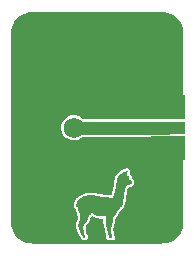
<source format=gbr>
%TF.GenerationSoftware,KiCad,Pcbnew,6.0.1-79c1e3a40b~116~ubuntu20.04.1*%
%TF.CreationDate,2022-01-22T19:05:20+01:00*%
%TF.ProjectId,sma-connector,736d612d-636f-46e6-9e65-63746f722e6b,rev?*%
%TF.SameCoordinates,Original*%
%TF.FileFunction,Copper,L1,Top*%
%TF.FilePolarity,Positive*%
%FSLAX46Y46*%
G04 Gerber Fmt 4.6, Leading zero omitted, Abs format (unit mm)*
G04 Created by KiCad (PCBNEW 6.0.1-79c1e3a40b~116~ubuntu20.04.1) date 2022-01-22 19:05:20*
%MOMM*%
%LPD*%
G01*
G04 APERTURE LIST*
G04 Aperture macros list*
%AMFreePoly0*
4,1,25,-1.500000,1.420000,-1.360000,1.280000,-1.205000,1.155000,-1.035000,1.045000,-0.860000,0.950000,-0.675000,0.875000,-0.480000,0.820000,-0.280000,0.780000,-0.085000,0.765000,0.085000,0.765000,0.280000,0.780000,0.480000,0.820000,0.675000,0.875000,0.860000,0.950000,1.035000,1.045000,1.205000,1.155000,1.360000,1.280000,1.500000,1.420000,1.645000,1.595000,3.555000,1.595000,
3.555000,-0.755000,-3.555000,-0.755000,-3.555000,1.595000,-1.645000,1.595000,-1.500000,1.420000,-1.500000,1.420000,$1*%
G04 Aperture macros list end*
%TA.AperFunction,SMDPad,CuDef*%
%ADD10FreePoly0,180.000000*%
%TD*%
%TA.AperFunction,SMDPad,CuDef*%
%ADD11FreePoly0,0.000000*%
%TD*%
%TA.AperFunction,SMDPad,CuDef*%
%ADD12C,1.730000*%
%TD*%
%TA.AperFunction,SMDPad,CuDef*%
%ADD13R,3.000000X1.078010*%
%TD*%
%TA.AperFunction,SMDPad,CuDef*%
%ADD14R,3.000000X2.000000*%
%TD*%
%TA.AperFunction,ComponentPad*%
%ADD15C,3.400000*%
%TD*%
%TA.AperFunction,ViaPad*%
%ADD16C,0.800000*%
%TD*%
%TA.AperFunction,Conductor*%
%ADD17C,1.078010*%
%TD*%
G04 APERTURE END LIST*
%TO.C,G\u002A\u002A\u002A*%
G36*
X136548983Y-67137435D02*
G01*
X136566473Y-67146707D01*
X136573503Y-67166088D01*
X136570320Y-67198790D01*
X136557169Y-67248027D01*
X136534626Y-67316053D01*
X136514960Y-67372108D01*
X136497923Y-67419130D01*
X136485257Y-67452422D01*
X136478702Y-67467282D01*
X136478505Y-67467523D01*
X136485289Y-67476203D01*
X136508581Y-67493470D01*
X136543354Y-67515601D01*
X136543685Y-67515799D01*
X136619165Y-67568229D01*
X136676569Y-67623171D01*
X136714749Y-67678522D01*
X136732557Y-67732182D01*
X136728846Y-67782047D01*
X136708983Y-67818579D01*
X136685545Y-67847524D01*
X136753433Y-67888419D01*
X136801659Y-67919701D01*
X136851482Y-67955428D01*
X136877115Y-67975570D01*
X136908385Y-68002788D01*
X136924089Y-68022811D01*
X136928248Y-68043662D01*
X136925187Y-68071435D01*
X136919157Y-68119141D01*
X136915014Y-68167505D01*
X136914860Y-68170268D01*
X136908443Y-68207889D01*
X136891939Y-68229077D01*
X136885142Y-68233029D01*
X136857212Y-68252835D01*
X136833532Y-68276823D01*
X136821457Y-68289767D01*
X136806748Y-68298692D01*
X136784526Y-68304627D01*
X136749913Y-68308603D01*
X136698027Y-68311651D01*
X136660954Y-68313281D01*
X136589353Y-68317603D01*
X136535454Y-68323662D01*
X136502094Y-68331085D01*
X136494013Y-68335184D01*
X136479580Y-68357384D01*
X136468714Y-68391433D01*
X136467661Y-68397195D01*
X136458828Y-68428500D01*
X136441324Y-68474186D01*
X136418152Y-68526750D01*
X136404454Y-68555127D01*
X136383847Y-68597750D01*
X136367793Y-68635518D01*
X136354826Y-68673761D01*
X136343479Y-68717806D01*
X136332287Y-68772983D01*
X136319782Y-68844620D01*
X136312299Y-68889990D01*
X136298626Y-68980404D01*
X136285306Y-69080321D01*
X136273533Y-69179974D01*
X136264499Y-69269594D01*
X136261540Y-69305468D01*
X136244458Y-69484936D01*
X136221201Y-69644064D01*
X136191090Y-69786699D01*
X136153933Y-69915225D01*
X136119233Y-70008557D01*
X136079816Y-70089949D01*
X136031473Y-70166239D01*
X135969997Y-70244263D01*
X135911002Y-70309890D01*
X135793005Y-70450410D01*
X135692761Y-70602053D01*
X135617818Y-70745544D01*
X135584000Y-70813616D01*
X135553544Y-70864591D01*
X135522177Y-70904969D01*
X135494341Y-70933276D01*
X135461129Y-70962697D01*
X135434053Y-70983815D01*
X135418831Y-70992180D01*
X135418623Y-70992187D01*
X135404288Y-71000024D01*
X135390448Y-71024687D01*
X135376613Y-71067901D01*
X135362291Y-71131393D01*
X135346992Y-71216890D01*
X135337379Y-71277894D01*
X135319656Y-71389529D01*
X135302573Y-71484193D01*
X135284372Y-71569602D01*
X135263293Y-71653474D01*
X135237580Y-71743526D01*
X135213093Y-71823278D01*
X135188507Y-71906831D01*
X135172034Y-71978473D01*
X135163316Y-72044883D01*
X135161994Y-72112742D01*
X135167710Y-72188728D01*
X135180105Y-72279521D01*
X135186483Y-72319238D01*
X135198350Y-72393059D01*
X135209432Y-72465411D01*
X135218727Y-72529510D01*
X135225234Y-72578572D01*
X135226791Y-72592090D01*
X135235591Y-72646104D01*
X135251763Y-72690710D01*
X135280132Y-72738801D01*
X135283636Y-72744018D01*
X135331881Y-72815332D01*
X134969318Y-72815332D01*
X134977699Y-72775024D01*
X134988079Y-72739306D01*
X135000592Y-72711884D01*
X135006425Y-72695629D01*
X135003571Y-72673531D01*
X134990624Y-72639765D01*
X134975343Y-72607174D01*
X134951334Y-72552338D01*
X134930892Y-72492520D01*
X134912691Y-72422682D01*
X134895405Y-72337789D01*
X134879083Y-72241499D01*
X134866988Y-72178939D01*
X134849142Y-72103484D01*
X134828158Y-72025587D01*
X134810901Y-71968647D01*
X134787294Y-71893226D01*
X134769065Y-71828083D01*
X134755108Y-71767061D01*
X134744317Y-71704005D01*
X134735586Y-71632758D01*
X134727809Y-71547164D01*
X134722374Y-71475879D01*
X134716044Y-71352073D01*
X134715081Y-71233563D01*
X134719371Y-71126298D01*
X134728798Y-71036226D01*
X134731216Y-71021223D01*
X134737981Y-70982046D01*
X134515676Y-70988913D01*
X134370694Y-70990737D01*
X134244557Y-70986229D01*
X134132001Y-70974887D01*
X134027762Y-70956211D01*
X133942311Y-70934353D01*
X133814531Y-70887707D01*
X133707319Y-70827643D01*
X133620148Y-70753786D01*
X133552489Y-70665762D01*
X133545166Y-70653375D01*
X133510927Y-70593616D01*
X133502204Y-70628369D01*
X133478365Y-70697004D01*
X133441469Y-70772732D01*
X133396836Y-70845988D01*
X133349790Y-70907210D01*
X133342803Y-70914817D01*
X133301993Y-70959259D01*
X133274619Y-70994404D01*
X133256421Y-71028335D01*
X133243139Y-71069138D01*
X133230513Y-71124897D01*
X133229482Y-71129871D01*
X133206493Y-71217050D01*
X133173878Y-71296687D01*
X133128669Y-71373894D01*
X133067897Y-71453780D01*
X132993229Y-71536617D01*
X132940532Y-71592762D01*
X132902655Y-71635946D01*
X132876498Y-71670355D01*
X132858962Y-71700180D01*
X132846946Y-71729607D01*
X132844311Y-71737815D01*
X132827668Y-71812698D01*
X132817915Y-71900830D01*
X132815708Y-71991447D01*
X132821707Y-72073788D01*
X132823167Y-72083593D01*
X132845949Y-72222991D01*
X132866117Y-72339479D01*
X132884067Y-72434771D01*
X132900193Y-72510580D01*
X132914893Y-72568617D01*
X132928560Y-72610596D01*
X132941591Y-72638229D01*
X132954381Y-72653229D01*
X132954792Y-72653520D01*
X132991397Y-72683848D01*
X133024435Y-72719415D01*
X133047134Y-72752465D01*
X133052433Y-72765393D01*
X133054058Y-72776810D01*
X133048887Y-72784118D01*
X133032661Y-72788229D01*
X133001120Y-72790059D01*
X132950004Y-72790519D01*
X132935209Y-72790527D01*
X132811411Y-72790527D01*
X132814264Y-72756421D01*
X132811768Y-72734561D01*
X132798532Y-72709668D01*
X132771441Y-72676955D01*
X132743613Y-72647900D01*
X132692227Y-72588998D01*
X132645461Y-72519928D01*
X132601544Y-72437267D01*
X132558705Y-72337595D01*
X132515172Y-72217490D01*
X132504923Y-72186759D01*
X132463141Y-72052764D01*
X132432802Y-71936645D01*
X132413967Y-71834241D01*
X132406694Y-71741389D01*
X132411044Y-71653926D01*
X132427077Y-71567692D01*
X132454853Y-71478524D01*
X132494430Y-71382260D01*
X132517187Y-71333252D01*
X132535573Y-71293298D01*
X132547500Y-71260886D01*
X132554325Y-71228602D01*
X132557404Y-71189034D01*
X132558092Y-71134770D01*
X132558014Y-71110009D01*
X132548526Y-70976620D01*
X132521426Y-70827354D01*
X132476994Y-70663515D01*
X132435241Y-70539502D01*
X132413485Y-70474467D01*
X132393059Y-70404948D01*
X132377146Y-70342116D01*
X132372181Y-70318331D01*
X132356944Y-70250082D01*
X132340420Y-70198304D01*
X132323680Y-70164656D01*
X132307797Y-70150796D01*
X132293841Y-70158384D01*
X132284408Y-70182482D01*
X132278682Y-70202440D01*
X132273410Y-70204268D01*
X132265112Y-70185910D01*
X132258185Y-70166979D01*
X132245107Y-70109030D01*
X132240320Y-70037013D01*
X132243593Y-69960157D01*
X132254693Y-69887689D01*
X132266241Y-69846612D01*
X132322965Y-69723134D01*
X132400947Y-69610445D01*
X132498711Y-69509411D01*
X132614783Y-69420898D01*
X132747688Y-69345772D01*
X132895949Y-69284897D01*
X133058094Y-69239141D01*
X133232645Y-69209368D01*
X133371386Y-69198023D01*
X133476743Y-69195578D01*
X133577648Y-69198650D01*
X133679998Y-69207893D01*
X133789687Y-69223960D01*
X133912612Y-69247505D01*
X134009974Y-69268851D01*
X134125308Y-69294699D01*
X134221050Y-69314928D01*
X134301618Y-69330146D01*
X134371429Y-69340960D01*
X134434904Y-69347978D01*
X134496458Y-69351810D01*
X134560511Y-69353062D01*
X134618374Y-69352584D01*
X134685716Y-69351793D01*
X134738854Y-69352601D01*
X134784830Y-69355874D01*
X134830687Y-69362478D01*
X134883469Y-69373280D01*
X134950217Y-69389146D01*
X134984403Y-69397600D01*
X135070839Y-69418162D01*
X135137639Y-69431327D01*
X135188847Y-69437079D01*
X135228509Y-69435406D01*
X135260669Y-69426290D01*
X135289372Y-69409719D01*
X135306331Y-69396432D01*
X135331601Y-69371905D01*
X135353018Y-69342447D01*
X135372123Y-69304296D01*
X135390455Y-69253687D01*
X135409556Y-69186855D01*
X135430967Y-69100037D01*
X135435367Y-69081213D01*
X135456442Y-68995160D01*
X135481837Y-68898595D01*
X135508531Y-68802654D01*
X135533499Y-68718473D01*
X135536311Y-68709450D01*
X135554945Y-68648715D01*
X135569737Y-68596126D01*
X135581647Y-68546496D01*
X135591634Y-68494644D01*
X135600657Y-68435383D01*
X135609676Y-68363531D01*
X135619649Y-68273902D01*
X135623385Y-68238867D01*
X135636703Y-68116285D01*
X135648553Y-68015365D01*
X135659505Y-67933049D01*
X135670125Y-67866278D01*
X135680981Y-67811993D01*
X135692643Y-67767135D01*
X135705677Y-67728646D01*
X135720651Y-67693467D01*
X135727185Y-67679893D01*
X135752076Y-67632849D01*
X135777417Y-67594250D01*
X135807496Y-67559715D01*
X135846599Y-67524862D01*
X135899012Y-67485310D01*
X135957275Y-67444692D01*
X136016903Y-67401539D01*
X136078903Y-67352737D01*
X136134573Y-67305315D01*
X136164539Y-67277278D01*
X136202207Y-67242003D01*
X136234668Y-67215432D01*
X136257254Y-67201203D01*
X136263758Y-67199950D01*
X136280048Y-67217495D01*
X136281983Y-67253480D01*
X136269588Y-67306135D01*
X136262002Y-67327816D01*
X136248222Y-67365970D01*
X136238903Y-67394305D01*
X136236328Y-67404851D01*
X136243925Y-67402553D01*
X136264266Y-67385423D01*
X136293674Y-67357220D01*
X136328473Y-67321704D01*
X136364988Y-67282633D01*
X136399541Y-67243769D01*
X136428456Y-67208870D01*
X136430408Y-67206372D01*
X136463047Y-67167073D01*
X136487876Y-67144927D01*
X136509995Y-67135908D01*
X136520788Y-67135058D01*
X136548983Y-67137435D01*
G37*
%TD*%
D10*
%TO.P,J1,2,Ext*%
%TO.N,GND*%
X132000000Y-60700000D03*
D11*
X132000000Y-66300000D03*
D12*
%TO.P,J1,1,In*%
%TO.N,Net-(J1-Pad1)*%
X132000000Y-63500000D03*
%TD*%
D13*
%TO.P,J2,1,Pin_1*%
%TO.N,Net-(J1-Pad1)*%
X140000000Y-63500000D03*
D14*
%TO.P,J2,2,Pin_2*%
%TO.N,GND*%
X140000000Y-61760995D03*
X140000000Y-65239005D03*
%TD*%
D15*
%TO.P,H4,1,1*%
%TO.N,GND*%
X139000000Y-71000000D03*
%TD*%
%TO.P,H3,1,1*%
%TO.N,GND*%
X129000000Y-56000000D03*
%TD*%
%TO.P,H2,1,1*%
%TO.N,GND*%
X139000000Y-56000000D03*
%TD*%
%TO.P,H1,1,1*%
%TO.N,GND*%
X129000000Y-71000000D03*
%TD*%
D16*
%TO.N,GND*%
X141000000Y-65000000D03*
X140000000Y-65000000D03*
X140500000Y-65500000D03*
X141000000Y-66000000D03*
X141000000Y-61000000D03*
X140500000Y-61500000D03*
X141000000Y-62000000D03*
X140000000Y-62000000D03*
X134000000Y-60000000D03*
X134000000Y-67000000D03*
X130000000Y-67000000D03*
X128500000Y-65500000D03*
X128500000Y-61500000D03*
X130000000Y-60000000D03*
X132500000Y-67500000D03*
X131500000Y-67500000D03*
X128000000Y-64000000D03*
X128000000Y-63000000D03*
X131500000Y-59500000D03*
X132500000Y-59500000D03*
X133000000Y-67000000D03*
X131000000Y-67000000D03*
X132000000Y-67000000D03*
X128500000Y-64500000D03*
X128500000Y-63500000D03*
X128500000Y-62500000D03*
X133000000Y-60000000D03*
X131000000Y-60000000D03*
X132000000Y-60000000D03*
X130000000Y-62000000D03*
X130500000Y-61500000D03*
X133500000Y-61500000D03*
X134000000Y-62000000D03*
X135000000Y-62000000D03*
X134500000Y-61500000D03*
X135500000Y-61500000D03*
X139000000Y-65000000D03*
X139500000Y-65500000D03*
X139000000Y-62000000D03*
X139500000Y-61500000D03*
X140000000Y-61000000D03*
X139000000Y-61000000D03*
X138500000Y-61500000D03*
X138500000Y-60500000D03*
X139500000Y-60500000D03*
X140500000Y-60500000D03*
X138500000Y-65500000D03*
X139000000Y-66000000D03*
X140000000Y-66000000D03*
X140500000Y-66500000D03*
X139500000Y-66500000D03*
X138500000Y-66500000D03*
X137500000Y-66500000D03*
X136500000Y-66500000D03*
X135500000Y-66500000D03*
X134500000Y-66500000D03*
X133500000Y-66500000D03*
X132500000Y-66500000D03*
X131500000Y-66500000D03*
X130500000Y-66500000D03*
X129500000Y-66500000D03*
X137500000Y-60500000D03*
X136500000Y-60500000D03*
X135500000Y-60500000D03*
X135000000Y-61000000D03*
X134500000Y-60500000D03*
X134000000Y-61000000D03*
X133500000Y-60500000D03*
X133000000Y-61000000D03*
X132500000Y-60500000D03*
X132000000Y-61000000D03*
X131500000Y-60500000D03*
X131000000Y-61000000D03*
X130500000Y-60500000D03*
X130000000Y-61000000D03*
X129500000Y-60500000D03*
X129000000Y-61000000D03*
X129500000Y-61500000D03*
X129000000Y-62000000D03*
X129500000Y-62500000D03*
X129000000Y-63000000D03*
X129500000Y-63500000D03*
X129000000Y-64000000D03*
X129500000Y-64500000D03*
X130000000Y-65000000D03*
X129000000Y-65000000D03*
X129000000Y-66000000D03*
X129500000Y-65500000D03*
X130500000Y-65500000D03*
X130000000Y-66000000D03*
X135000000Y-66000000D03*
X131000000Y-66000000D03*
X132000000Y-66000000D03*
X133000000Y-66000000D03*
X134000000Y-66000000D03*
X133500000Y-65500000D03*
X134000000Y-65000000D03*
X134500000Y-65500000D03*
X135000000Y-65000000D03*
X135500000Y-65500000D03*
X138000000Y-61000000D03*
X137000000Y-61000000D03*
X136000000Y-61000000D03*
X136000000Y-66000000D03*
X137000000Y-66000000D03*
X138000000Y-66000000D03*
X137500000Y-65500000D03*
X136500000Y-65500000D03*
X136000000Y-65000000D03*
X137000000Y-65000000D03*
X138000000Y-65000000D03*
X137500000Y-61500000D03*
X136500000Y-61500000D03*
X136000000Y-62000000D03*
X137000000Y-62000000D03*
X138000000Y-62000000D03*
%TD*%
D17*
%TO.N,Net-(J1-Pad1)*%
X140000000Y-63500000D02*
X132000000Y-63500000D01*
%TD*%
%TA.AperFunction,Conductor*%
%TO.N,GND*%
G36*
X139488227Y-53702518D02*
G01*
X139499642Y-53705143D01*
X139510517Y-53702682D01*
X139521664Y-53702702D01*
X139521664Y-53702863D01*
X139531669Y-53702076D01*
X139603759Y-53706801D01*
X139728475Y-53714975D01*
X139741302Y-53716663D01*
X139959516Y-53760068D01*
X139972016Y-53763418D01*
X140182691Y-53834933D01*
X140194653Y-53839889D01*
X140276954Y-53880475D01*
X140394180Y-53938284D01*
X140405386Y-53944753D01*
X140590385Y-54068365D01*
X140600639Y-54076233D01*
X140767914Y-54222930D01*
X140777069Y-54232085D01*
X140923767Y-54399361D01*
X140931635Y-54409615D01*
X141055247Y-54594614D01*
X141061716Y-54605820D01*
X141160111Y-54805346D01*
X141165067Y-54817309D01*
X141236581Y-55027980D01*
X141239933Y-55040489D01*
X141283336Y-55258691D01*
X141285026Y-55271530D01*
X141297891Y-55467816D01*
X141297101Y-55477628D01*
X141297375Y-55477628D01*
X141297355Y-55488778D01*
X141294857Y-55499642D01*
X141297317Y-55510514D01*
X141297317Y-55510516D01*
X141297559Y-55511583D01*
X141300000Y-55533432D01*
X141300000Y-62661495D01*
X141281093Y-62719686D01*
X141231593Y-62755650D01*
X141201000Y-62760495D01*
X132813377Y-62760495D01*
X132755186Y-62741588D01*
X132750272Y-62737776D01*
X132602430Y-62615470D01*
X132602428Y-62615469D01*
X132598703Y-62612387D01*
X132414896Y-62513003D01*
X132350405Y-62493040D01*
X132219906Y-62452643D01*
X132219902Y-62452642D01*
X132215285Y-62451213D01*
X132210477Y-62450708D01*
X132210474Y-62450707D01*
X132012291Y-62429877D01*
X132012289Y-62429877D01*
X132007475Y-62429371D01*
X131938196Y-62435676D01*
X131804199Y-62447870D01*
X131804195Y-62447871D01*
X131799379Y-62448309D01*
X131794737Y-62449675D01*
X131794733Y-62449676D01*
X131603573Y-62505938D01*
X131603570Y-62505939D01*
X131598926Y-62507306D01*
X131413749Y-62604114D01*
X131409980Y-62607144D01*
X131409979Y-62607145D01*
X131254675Y-62732012D01*
X131254673Y-62732014D01*
X131250902Y-62735046D01*
X131247788Y-62738757D01*
X131247787Y-62738758D01*
X131229548Y-62760495D01*
X131116588Y-62895115D01*
X131015923Y-63078224D01*
X130952741Y-63277398D01*
X130929449Y-63485051D01*
X130946934Y-63693274D01*
X131004530Y-63894134D01*
X131100043Y-64079983D01*
X131229835Y-64243739D01*
X131233515Y-64246871D01*
X131233517Y-64246873D01*
X131305238Y-64307912D01*
X131388963Y-64379168D01*
X131393185Y-64381528D01*
X131393190Y-64381531D01*
X131437272Y-64406167D01*
X131571364Y-64481108D01*
X131575962Y-64482602D01*
X131765488Y-64544183D01*
X131765490Y-64544184D01*
X131770093Y-64545679D01*
X131977578Y-64570420D01*
X131982400Y-64570049D01*
X131982403Y-64570049D01*
X132181089Y-64554761D01*
X132181094Y-64554760D01*
X132185917Y-64554389D01*
X132387175Y-64498197D01*
X132391488Y-64496018D01*
X132391494Y-64496016D01*
X132569365Y-64406167D01*
X132569367Y-64406165D01*
X132573686Y-64403984D01*
X132657495Y-64338505D01*
X132734534Y-64278316D01*
X132734537Y-64278313D01*
X132738345Y-64275338D01*
X132741506Y-64271676D01*
X132745014Y-64268335D01*
X132746365Y-64269753D01*
X132791998Y-64242120D01*
X132814601Y-64239505D01*
X141201000Y-64239505D01*
X141259191Y-64258412D01*
X141295155Y-64307912D01*
X141300000Y-64338505D01*
X141300000Y-71466040D01*
X141297482Y-71488227D01*
X141294857Y-71499642D01*
X141297318Y-71510517D01*
X141297298Y-71521664D01*
X141297137Y-71521664D01*
X141297924Y-71531669D01*
X141294439Y-71584849D01*
X141285112Y-71727164D01*
X141285026Y-71728469D01*
X141283337Y-71741302D01*
X141239933Y-71959511D01*
X141236582Y-71972016D01*
X141169151Y-72170661D01*
X141165067Y-72182691D01*
X141160111Y-72194654D01*
X141061716Y-72394180D01*
X141055247Y-72405386D01*
X140931635Y-72590385D01*
X140923767Y-72600639D01*
X140777949Y-72766912D01*
X140777070Y-72767914D01*
X140767915Y-72777069D01*
X140600639Y-72923767D01*
X140590385Y-72931635D01*
X140405386Y-73055247D01*
X140394180Y-73061716D01*
X140215697Y-73149734D01*
X140194654Y-73160111D01*
X140182692Y-73165067D01*
X139972016Y-73236582D01*
X139959516Y-73239932D01*
X139741302Y-73283337D01*
X139728477Y-73285025D01*
X139532181Y-73297891D01*
X139522372Y-73297101D01*
X139522372Y-73297375D01*
X139511222Y-73297355D01*
X139500358Y-73294857D01*
X139489486Y-73297317D01*
X139489484Y-73297317D01*
X139488417Y-73297559D01*
X139466568Y-73300000D01*
X128533960Y-73300000D01*
X128511773Y-73297482D01*
X128500358Y-73294857D01*
X128489483Y-73297318D01*
X128478336Y-73297298D01*
X128478336Y-73297137D01*
X128468331Y-73297924D01*
X128396241Y-73293199D01*
X128271525Y-73285025D01*
X128258698Y-73283337D01*
X128040484Y-73239932D01*
X128027984Y-73236582D01*
X127817308Y-73165067D01*
X127805346Y-73160111D01*
X127784304Y-73149734D01*
X127605820Y-73061716D01*
X127594614Y-73055247D01*
X127409615Y-72931635D01*
X127399361Y-72923767D01*
X127232085Y-72777069D01*
X127222930Y-72767914D01*
X127222051Y-72766912D01*
X127076233Y-72600639D01*
X127068365Y-72590385D01*
X126944753Y-72405386D01*
X126938284Y-72394180D01*
X126839889Y-72194654D01*
X126834933Y-72182691D01*
X126830849Y-72170661D01*
X126763418Y-71972016D01*
X126760067Y-71959511D01*
X126716663Y-71741302D01*
X126714974Y-71728470D01*
X126714889Y-71727164D01*
X126702109Y-71532181D01*
X126702899Y-71522372D01*
X126702625Y-71522372D01*
X126702645Y-71511222D01*
X126705143Y-71500358D01*
X126702683Y-71489486D01*
X126702683Y-71489484D01*
X126702441Y-71488417D01*
X126700000Y-71466568D01*
X126700000Y-70027605D01*
X132039253Y-70027605D01*
X132039624Y-70033191D01*
X132039624Y-70033196D01*
X132039679Y-70034025D01*
X132039808Y-70044783D01*
X132039542Y-70051029D01*
X132040548Y-70056503D01*
X132040568Y-70056794D01*
X132041908Y-70067541D01*
X132043213Y-70087165D01*
X132044844Y-70111704D01*
X132045061Y-70118669D01*
X132045011Y-70130893D01*
X132046246Y-70136365D01*
X132046387Y-70137652D01*
X132046675Y-70139246D01*
X132047043Y-70144791D01*
X132048636Y-70150117D01*
X132050567Y-70156573D01*
X132052289Y-70163140D01*
X132059879Y-70196770D01*
X132061535Y-70206227D01*
X132062555Y-70214365D01*
X132064481Y-70219628D01*
X132065155Y-70222410D01*
X132065810Y-70224635D01*
X132066832Y-70227579D01*
X132068055Y-70233000D01*
X132070452Y-70238011D01*
X132071529Y-70241113D01*
X132072895Y-70244545D01*
X132073506Y-70247581D01*
X132075811Y-70252681D01*
X132075812Y-70252683D01*
X132078321Y-70258233D01*
X132081080Y-70264992D01*
X132085038Y-70275809D01*
X132086880Y-70278651D01*
X132090412Y-70287055D01*
X132099294Y-70312744D01*
X132107148Y-70320660D01*
X132107149Y-70320662D01*
X132117437Y-70331032D01*
X132126039Y-70340936D01*
X132141610Y-70361470D01*
X132151529Y-70366552D01*
X132154870Y-70369353D01*
X132156975Y-70371288D01*
X132158436Y-70372358D01*
X132159699Y-70373630D01*
X132159941Y-70374016D01*
X132161544Y-70375490D01*
X132163559Y-70377521D01*
X132162685Y-70378388D01*
X132191743Y-70424686D01*
X132194277Y-70434688D01*
X132194553Y-70435979D01*
X132194765Y-70439527D01*
X132196345Y-70444904D01*
X132199583Y-70455923D01*
X132200559Y-70459489D01*
X132204716Y-70475906D01*
X132206331Y-70479069D01*
X132206750Y-70480320D01*
X132215962Y-70511674D01*
X132216271Y-70512895D01*
X132216608Y-70516367D01*
X132218385Y-70521679D01*
X132222060Y-70532664D01*
X132223159Y-70536166D01*
X132227952Y-70552479D01*
X132229657Y-70555527D01*
X132230108Y-70556725D01*
X132238423Y-70581579D01*
X132238426Y-70581592D01*
X132238445Y-70581783D01*
X132245561Y-70602920D01*
X132245563Y-70603117D01*
X132245621Y-70603098D01*
X132252725Y-70624333D01*
X132252826Y-70624499D01*
X132252831Y-70624511D01*
X132281031Y-70708268D01*
X132284587Y-70718831D01*
X132286311Y-70724508D01*
X132325063Y-70867404D01*
X132326922Y-70875630D01*
X132348843Y-70996372D01*
X132350183Y-71007012D01*
X132357798Y-71114069D01*
X132358047Y-71120769D01*
X132358078Y-71130499D01*
X132358086Y-71133064D01*
X132358078Y-71134584D01*
X132357645Y-71168724D01*
X132357543Y-71176784D01*
X132357252Y-71183212D01*
X132356829Y-71188645D01*
X132348063Y-71222345D01*
X132335662Y-71249294D01*
X132335518Y-71249605D01*
X132321378Y-71280055D01*
X132320491Y-71281807D01*
X132318093Y-71285194D01*
X132315963Y-71290375D01*
X132315962Y-71290377D01*
X132311991Y-71300036D01*
X132310227Y-71304071D01*
X132303537Y-71318477D01*
X132302672Y-71322525D01*
X132301978Y-71324390D01*
X132277744Y-71383336D01*
X132275713Y-71387446D01*
X132273480Y-71392514D01*
X132270661Y-71397348D01*
X132267822Y-71406463D01*
X132264870Y-71414650D01*
X132261303Y-71423327D01*
X132260385Y-71428809D01*
X132258940Y-71433875D01*
X132257827Y-71438543D01*
X132240941Y-71492755D01*
X132237224Y-71502754D01*
X132234600Y-71508793D01*
X132233576Y-71514299D01*
X132233398Y-71514882D01*
X132231217Y-71523682D01*
X132231072Y-71524435D01*
X132229421Y-71529736D01*
X132228990Y-71535273D01*
X132228903Y-71536389D01*
X132227534Y-71546796D01*
X132216937Y-71603795D01*
X132214865Y-71612652D01*
X132213945Y-71615902D01*
X132213943Y-71615911D01*
X132212420Y-71621296D01*
X132212142Y-71626889D01*
X132211576Y-71630338D01*
X132211308Y-71634069D01*
X132210292Y-71639534D01*
X132210517Y-71645090D01*
X132210659Y-71648605D01*
X132210618Y-71657525D01*
X132209362Y-71682774D01*
X132207743Y-71715344D01*
X132207674Y-71716724D01*
X132206715Y-71726396D01*
X132206406Y-71728469D01*
X132205530Y-71734353D01*
X132205967Y-71739933D01*
X132205875Y-71742575D01*
X132205917Y-71745551D01*
X132206097Y-71748427D01*
X132205821Y-71753972D01*
X132206786Y-71759442D01*
X132206786Y-71759446D01*
X132207231Y-71761966D01*
X132208434Y-71771427D01*
X132213102Y-71831012D01*
X132213145Y-71831566D01*
X132213306Y-71841080D01*
X132213403Y-71842483D01*
X132213156Y-71848072D01*
X132214167Y-71853571D01*
X132214168Y-71853579D01*
X132214459Y-71855159D01*
X132215788Y-71865326D01*
X132215802Y-71865498D01*
X132216338Y-71872336D01*
X132217993Y-71877641D01*
X132218227Y-71878855D01*
X132220538Y-71888208D01*
X132231647Y-71948602D01*
X132232026Y-71950665D01*
X132232655Y-71954509D01*
X132233388Y-71959621D01*
X132233554Y-71965218D01*
X132234969Y-71970633D01*
X132234970Y-71970642D01*
X132236511Y-71976539D01*
X132238092Y-71983651D01*
X132239172Y-71989524D01*
X132239175Y-71989533D01*
X132240180Y-71994998D01*
X132242378Y-72000107D01*
X132243955Y-72005315D01*
X132244987Y-72008977D01*
X132264098Y-72082122D01*
X132264632Y-72084167D01*
X132265115Y-72086303D01*
X132265444Y-72090607D01*
X132267111Y-72095953D01*
X132270124Y-72105616D01*
X132271398Y-72110065D01*
X132273931Y-72119761D01*
X132273933Y-72119766D01*
X132275336Y-72125136D01*
X132277327Y-72128962D01*
X132278060Y-72131067D01*
X132307741Y-72226255D01*
X132307824Y-72226574D01*
X132308007Y-72228478D01*
X132314286Y-72247307D01*
X132314858Y-72249081D01*
X132319271Y-72263232D01*
X132318543Y-72263459D01*
X132318983Y-72264430D01*
X132319399Y-72264279D01*
X132319399Y-72264280D01*
X132325662Y-72281557D01*
X132325824Y-72282005D01*
X132326661Y-72284412D01*
X132332578Y-72302153D01*
X132333871Y-72304281D01*
X132334090Y-72304813D01*
X132363808Y-72386800D01*
X132365048Y-72390538D01*
X132365985Y-72395693D01*
X132368194Y-72400833D01*
X132368195Y-72400836D01*
X132371524Y-72408582D01*
X132373643Y-72413937D01*
X132378358Y-72426944D01*
X132381189Y-72431342D01*
X132382871Y-72434982D01*
X132383422Y-72436264D01*
X132409292Y-72496454D01*
X132410679Y-72500449D01*
X132410758Y-72500418D01*
X132412810Y-72505626D01*
X132414263Y-72511037D01*
X132416891Y-72515983D01*
X132419140Y-72520216D01*
X132422666Y-72527570D01*
X132426700Y-72536955D01*
X132429974Y-72541444D01*
X132432724Y-72546269D01*
X132432661Y-72546305D01*
X132434903Y-72549887D01*
X132458381Y-72594077D01*
X132460447Y-72597966D01*
X132464720Y-72607312D01*
X132465089Y-72608016D01*
X132467111Y-72613243D01*
X132470251Y-72617880D01*
X132470251Y-72617881D01*
X132470892Y-72618827D01*
X132476333Y-72627867D01*
X132479419Y-72633675D01*
X132483049Y-72637876D01*
X132483418Y-72638414D01*
X132489733Y-72646652D01*
X132517883Y-72688230D01*
X132523182Y-72697003D01*
X132526580Y-72703354D01*
X132530259Y-72707571D01*
X132531034Y-72708693D01*
X132535128Y-72714009D01*
X132536141Y-72715194D01*
X132539258Y-72719798D01*
X132544574Y-72724764D01*
X132551592Y-72732025D01*
X132554644Y-72735523D01*
X132579885Y-72764456D01*
X132581255Y-72766136D01*
X132583457Y-72769828D01*
X132587331Y-72773873D01*
X132590723Y-72778327D01*
X132589201Y-72779486D01*
X132609752Y-72817679D01*
X132611376Y-72824827D01*
X132611366Y-72835976D01*
X132616192Y-72846027D01*
X132616970Y-72849450D01*
X132618224Y-72852731D01*
X132619789Y-72863770D01*
X132633356Y-72884060D01*
X132640296Y-72896223D01*
X132650864Y-72918232D01*
X132659569Y-72925194D01*
X132661754Y-72927941D01*
X132664312Y-72930358D01*
X132670507Y-72939623D01*
X132680107Y-72945285D01*
X132680110Y-72945288D01*
X132691527Y-72952022D01*
X132703061Y-72959976D01*
X132713417Y-72968257D01*
X132713418Y-72968258D01*
X132722126Y-72975221D01*
X132732990Y-72977719D01*
X132736151Y-72979247D01*
X132739502Y-72980315D01*
X132749103Y-72985978D01*
X132760211Y-72986917D01*
X132773414Y-72988033D01*
X132777659Y-72988697D01*
X132777665Y-72988640D01*
X132783227Y-72989271D01*
X132788688Y-72990527D01*
X132798741Y-72990527D01*
X132807080Y-72990879D01*
X132840026Y-72993664D01*
X132847533Y-72990802D01*
X132851459Y-72990527D01*
X132912543Y-72990527D01*
X132912594Y-72990539D01*
X132912750Y-72990539D01*
X132924333Y-72990533D01*
X132928195Y-72990531D01*
X132928262Y-72990535D01*
X132929082Y-72990715D01*
X132931350Y-72990695D01*
X132931358Y-72990695D01*
X132949091Y-72990535D01*
X132949539Y-72990531D01*
X132950427Y-72990527D01*
X132957755Y-72990527D01*
X132957808Y-72990515D01*
X132957839Y-72990515D01*
X132972658Y-72990507D01*
X132973477Y-72990319D01*
X132973554Y-72990314D01*
X132983116Y-72990229D01*
X132985580Y-72990286D01*
X132990020Y-72991039D01*
X132995606Y-72990715D01*
X132995607Y-72990715D01*
X132998640Y-72990539D01*
X133005402Y-72990147D01*
X133010231Y-72989985D01*
X133025465Y-72989848D01*
X133029842Y-72988808D01*
X133032355Y-72988583D01*
X133038742Y-72988213D01*
X133042275Y-72988071D01*
X133045456Y-72988001D01*
X133045459Y-72988000D01*
X133053790Y-72987816D01*
X133060401Y-72988938D01*
X133099770Y-72977598D01*
X133102838Y-72976768D01*
X133119863Y-72972455D01*
X133122586Y-72971063D01*
X133123418Y-72970787D01*
X133148084Y-72963683D01*
X133156400Y-72956256D01*
X133161172Y-72953620D01*
X133166407Y-72950033D01*
X133170592Y-72946532D01*
X133180523Y-72941457D01*
X133190524Y-72928297D01*
X133194688Y-72923388D01*
X133203112Y-72917760D01*
X133216103Y-72895749D01*
X133222531Y-72886180D01*
X133224148Y-72884052D01*
X133235733Y-72868808D01*
X133237600Y-72859658D01*
X133239051Y-72856867D01*
X133249490Y-72839179D01*
X133250432Y-72828078D01*
X133251499Y-72824734D01*
X133252085Y-72821265D01*
X133256339Y-72810960D01*
X133254910Y-72785937D01*
X133254910Y-72785726D01*
X133257191Y-72777960D01*
X133255375Y-72766912D01*
X133253851Y-72757648D01*
X133252700Y-72747227D01*
X133251138Y-72719862D01*
X133246158Y-72710867D01*
X133246109Y-72710566D01*
X133245300Y-72708594D01*
X133245029Y-72707654D01*
X133244250Y-72706031D01*
X133238905Y-72692990D01*
X133238053Y-72690842D01*
X133226888Y-72661680D01*
X133222903Y-72651271D01*
X133215708Y-72644479D01*
X133211326Y-72638253D01*
X133210827Y-72637535D01*
X133197328Y-72617881D01*
X133196053Y-72616024D01*
X133191873Y-72609389D01*
X133189233Y-72604805D01*
X133189229Y-72604800D01*
X133186435Y-72599948D01*
X133182622Y-72595843D01*
X133181319Y-72594077D01*
X133179678Y-72592183D01*
X133176532Y-72587602D01*
X133172445Y-72583835D01*
X133172442Y-72583831D01*
X133168476Y-72580175D01*
X133163047Y-72574767D01*
X133147705Y-72558252D01*
X133141596Y-72551010D01*
X133136493Y-72544337D01*
X133132177Y-72540761D01*
X133128300Y-72536730D01*
X133129736Y-72535349D01*
X133101436Y-72490550D01*
X133095695Y-72467886D01*
X133095474Y-72467013D01*
X133094616Y-72463326D01*
X133093579Y-72458447D01*
X133080420Y-72396589D01*
X133079966Y-72394328D01*
X133079517Y-72391941D01*
X133075197Y-72369011D01*
X133063074Y-72304651D01*
X133062814Y-72303214D01*
X133043251Y-72190220D01*
X133043096Y-72189299D01*
X133027840Y-72095953D01*
X133021356Y-72056277D01*
X133020322Y-72047504D01*
X133018862Y-72027457D01*
X133016235Y-71991407D01*
X133016002Y-71981801D01*
X133017544Y-71918526D01*
X133018114Y-71910063D01*
X133024669Y-71850822D01*
X133026425Y-71840248D01*
X133033228Y-71809642D01*
X133051059Y-71771207D01*
X133055533Y-71765322D01*
X133059914Y-71759960D01*
X133087577Y-71728421D01*
X133089818Y-71725951D01*
X133124708Y-71688777D01*
X133124963Y-71688530D01*
X133126572Y-71687402D01*
X133139833Y-71672691D01*
X133141122Y-71671290D01*
X133154487Y-71657050D01*
X133155476Y-71655360D01*
X133155702Y-71655085D01*
X133202109Y-71603600D01*
X133205191Y-71600637D01*
X133205139Y-71600587D01*
X133209013Y-71596539D01*
X133213315Y-71592956D01*
X133216703Y-71588502D01*
X133216707Y-71588498D01*
X133219538Y-71584776D01*
X133224794Y-71578433D01*
X133227829Y-71575066D01*
X133231549Y-71570939D01*
X133234258Y-71566088D01*
X133237494Y-71561569D01*
X133237543Y-71561604D01*
X133239877Y-71558040D01*
X133278268Y-71507574D01*
X133285004Y-71499627D01*
X133285933Y-71498641D01*
X133289776Y-71494563D01*
X133292606Y-71489729D01*
X133293242Y-71488880D01*
X133297488Y-71482541D01*
X133298135Y-71481458D01*
X133301495Y-71477041D01*
X133304403Y-71470634D01*
X133309121Y-71461526D01*
X133334497Y-71418190D01*
X133340008Y-71408778D01*
X133344561Y-71401709D01*
X133347119Y-71398086D01*
X133347121Y-71398082D01*
X133350346Y-71393514D01*
X133352468Y-71388332D01*
X133353804Y-71385896D01*
X133355048Y-71383093D01*
X133357859Y-71378292D01*
X133360901Y-71368643D01*
X133363700Y-71360906D01*
X133370139Y-71345184D01*
X133386163Y-71306060D01*
X133390132Y-71297547D01*
X133394088Y-71290018D01*
X133395516Y-71284603D01*
X133396746Y-71281440D01*
X133397023Y-71280612D01*
X133398012Y-71277129D01*
X133400118Y-71271985D01*
X133401526Y-71263500D01*
X133403462Y-71254468D01*
X133403881Y-71252880D01*
X133417796Y-71200112D01*
X133418676Y-71197137D01*
X133420707Y-71192714D01*
X133423696Y-71178295D01*
X133424907Y-71173150D01*
X133427202Y-71164447D01*
X133427203Y-71164441D01*
X133428620Y-71159067D01*
X133428742Y-71155432D01*
X133429116Y-71153426D01*
X133434391Y-71130132D01*
X133458027Y-71085036D01*
X133483054Y-71057782D01*
X133486321Y-71054684D01*
X133486318Y-71054681D01*
X133490208Y-71050655D01*
X133494529Y-71047092D01*
X133497940Y-71042654D01*
X133497947Y-71042646D01*
X133500386Y-71039472D01*
X133505946Y-71032856D01*
X133506783Y-71031944D01*
X133560059Y-71001856D01*
X133620846Y-71008830D01*
X133628104Y-71012513D01*
X133703381Y-71054684D01*
X133708179Y-71057372D01*
X133713718Y-71060718D01*
X133724603Y-71067788D01*
X133729868Y-71069710D01*
X133730702Y-71070127D01*
X133731099Y-71070283D01*
X133731599Y-71070493D01*
X133736449Y-71073210D01*
X133741782Y-71074781D01*
X133741783Y-71074781D01*
X133748990Y-71076904D01*
X133754966Y-71078873D01*
X133855907Y-71115721D01*
X133863619Y-71119102D01*
X133865760Y-71119916D01*
X133870733Y-71122483D01*
X133876151Y-71123869D01*
X133876157Y-71123871D01*
X133878315Y-71124423D01*
X133887722Y-71127335D01*
X133894907Y-71129958D01*
X133900419Y-71130655D01*
X133902466Y-71131151D01*
X133910873Y-71132751D01*
X133945804Y-71141686D01*
X133956508Y-71144424D01*
X133960307Y-71145477D01*
X133964975Y-71146872D01*
X133970124Y-71149069D01*
X133975633Y-71150056D01*
X133981717Y-71151146D01*
X133988784Y-71152681D01*
X133991698Y-71153426D01*
X134000041Y-71155560D01*
X134005595Y-71155705D01*
X134010704Y-71156416D01*
X134014519Y-71157023D01*
X134036277Y-71160921D01*
X134074705Y-71167806D01*
X134078529Y-71168792D01*
X134078566Y-71168620D01*
X134084041Y-71169807D01*
X134089341Y-71171601D01*
X134100515Y-71172727D01*
X134108036Y-71173778D01*
X134118922Y-71175728D01*
X134124468Y-71175467D01*
X134130019Y-71175829D01*
X134130009Y-71175990D01*
X134133957Y-71176097D01*
X134203821Y-71183137D01*
X134208567Y-71183731D01*
X134209291Y-71183840D01*
X134214705Y-71185290D01*
X134220305Y-71185490D01*
X134227743Y-71185756D01*
X134234131Y-71186192D01*
X134241407Y-71186925D01*
X134241410Y-71186925D01*
X134246937Y-71187482D01*
X134252447Y-71186796D01*
X134253404Y-71186785D01*
X134258095Y-71186841D01*
X134293238Y-71188097D01*
X134343775Y-71189903D01*
X134346138Y-71190064D01*
X134350489Y-71191007D01*
X134365981Y-71190812D01*
X134370748Y-71190867D01*
X134374668Y-71191007D01*
X134380535Y-71191217D01*
X134380538Y-71191217D01*
X134386083Y-71191415D01*
X134390448Y-71190582D01*
X134392876Y-71190474D01*
X134399656Y-71190389D01*
X134415277Y-71190192D01*
X134473701Y-71208365D01*
X134510285Y-71257409D01*
X134515520Y-71288378D01*
X134515686Y-71308903D01*
X134515889Y-71333866D01*
X134515841Y-71335652D01*
X134515145Y-71339592D01*
X134515431Y-71345184D01*
X134515977Y-71355867D01*
X134516103Y-71360118D01*
X134516169Y-71368193D01*
X134516234Y-71376243D01*
X134517156Y-71380138D01*
X134517309Y-71381928D01*
X134521380Y-71461526D01*
X134521583Y-71465501D01*
X134521587Y-71466034D01*
X134521225Y-71468426D01*
X134522668Y-71487342D01*
X134522825Y-71489812D01*
X134523488Y-71502770D01*
X134523786Y-71508608D01*
X134524443Y-71510931D01*
X134524507Y-71511465D01*
X134526761Y-71541031D01*
X134526766Y-71541217D01*
X134526573Y-71542632D01*
X134528445Y-71563238D01*
X134528544Y-71564419D01*
X134530102Y-71584849D01*
X134530525Y-71586213D01*
X134530549Y-71586384D01*
X134534564Y-71630569D01*
X134534575Y-71630689D01*
X134534618Y-71631556D01*
X134534307Y-71634531D01*
X134534989Y-71640092D01*
X134536504Y-71652457D01*
X134536833Y-71655543D01*
X134538447Y-71673309D01*
X134539371Y-71676146D01*
X134539511Y-71677001D01*
X134543395Y-71708689D01*
X134543598Y-71710964D01*
X134543350Y-71715344D01*
X134545655Y-71728813D01*
X134545980Y-71730711D01*
X134546664Y-71735370D01*
X134547752Y-71744245D01*
X134548544Y-71750711D01*
X134550032Y-71754835D01*
X134550498Y-71757115D01*
X134554601Y-71781088D01*
X134555082Y-71784486D01*
X134555076Y-71789503D01*
X134556325Y-71794963D01*
X134558299Y-71803595D01*
X134559371Y-71808960D01*
X134561777Y-71823021D01*
X134563701Y-71827652D01*
X134564565Y-71830988D01*
X134569681Y-71853353D01*
X134570133Y-71855675D01*
X134570340Y-71860096D01*
X134571850Y-71865492D01*
X134571851Y-71865498D01*
X134574533Y-71875083D01*
X134575704Y-71879689D01*
X134577887Y-71889235D01*
X134577889Y-71889239D01*
X134579127Y-71894654D01*
X134581046Y-71898635D01*
X134581759Y-71900902D01*
X134589226Y-71927587D01*
X134589414Y-71928383D01*
X134589638Y-71931283D01*
X134591310Y-71936624D01*
X134595059Y-71948602D01*
X134595917Y-71951497D01*
X134600768Y-71968833D01*
X134602157Y-71971392D01*
X134602437Y-71972173D01*
X134616990Y-72018666D01*
X134619623Y-72027079D01*
X134619888Y-72027939D01*
X134635411Y-72079161D01*
X134636256Y-72082115D01*
X134654837Y-72151090D01*
X134655567Y-72153979D01*
X134663921Y-72189299D01*
X134670938Y-72218966D01*
X134671796Y-72222962D01*
X134682063Y-72276073D01*
X134682470Y-72278316D01*
X134694847Y-72351327D01*
X134694972Y-72352298D01*
X134694893Y-72355428D01*
X134696011Y-72360917D01*
X134696011Y-72360920D01*
X134698441Y-72372855D01*
X134699040Y-72376062D01*
X134701986Y-72393443D01*
X134703183Y-72396339D01*
X134703416Y-72397286D01*
X134712736Y-72443057D01*
X134713283Y-72446218D01*
X134713425Y-72451132D01*
X134714836Y-72456548D01*
X134714837Y-72456552D01*
X134717118Y-72465307D01*
X134718325Y-72470512D01*
X134720101Y-72479232D01*
X134720102Y-72479237D01*
X134721211Y-72484680D01*
X134723236Y-72489153D01*
X134724150Y-72492282D01*
X134731633Y-72520998D01*
X134732518Y-72524683D01*
X134733712Y-72530117D01*
X134734290Y-72535693D01*
X134736102Y-72540996D01*
X134736103Y-72541000D01*
X134738040Y-72546668D01*
X134740158Y-72553711D01*
X134741640Y-72559397D01*
X134741643Y-72559405D01*
X134743043Y-72564776D01*
X134745603Y-72569703D01*
X134747597Y-72574889D01*
X134747395Y-72574967D01*
X134748909Y-72578473D01*
X134752029Y-72587602D01*
X134755160Y-72596764D01*
X134756253Y-72600905D01*
X134756318Y-72600885D01*
X134757972Y-72606237D01*
X134759011Y-72611738D01*
X134761257Y-72616867D01*
X134761258Y-72616871D01*
X134763126Y-72621137D01*
X134766114Y-72628817D01*
X134769371Y-72638347D01*
X134772292Y-72643074D01*
X134774667Y-72648099D01*
X134774615Y-72648124D01*
X134776596Y-72651901D01*
X134779128Y-72657684D01*
X134785371Y-72717557D01*
X134784256Y-72722920D01*
X134782400Y-72730377D01*
X134779353Y-72740861D01*
X134779323Y-72741369D01*
X134775899Y-72752057D01*
X134774195Y-72759495D01*
X134769353Y-72769534D01*
X134769343Y-72780680D01*
X134769343Y-72780681D01*
X134769331Y-72794423D01*
X134769314Y-72794775D01*
X134768916Y-72796692D01*
X134769006Y-72801360D01*
X134769292Y-72816213D01*
X134769310Y-72818206D01*
X134769273Y-72860781D01*
X134770188Y-72862687D01*
X134770229Y-72864801D01*
X134779955Y-72884052D01*
X134789444Y-72902834D01*
X134790322Y-72904618D01*
X134808771Y-72943037D01*
X134810423Y-72944358D01*
X134811376Y-72946244D01*
X134819367Y-72952375D01*
X134819368Y-72952376D01*
X134819375Y-72952381D01*
X134845198Y-72972193D01*
X134846661Y-72973338D01*
X134880033Y-73000026D01*
X134882095Y-73000500D01*
X134883772Y-73001787D01*
X134893636Y-73003847D01*
X134925446Y-73010490D01*
X134927392Y-73010917D01*
X134942034Y-73014284D01*
X134942046Y-73014286D01*
X134946595Y-73015332D01*
X134948554Y-73015332D01*
X134948893Y-73015387D01*
X134973092Y-73020440D01*
X134983913Y-73017761D01*
X134986220Y-73017719D01*
X135005797Y-73015332D01*
X135286292Y-73015332D01*
X135294096Y-73015640D01*
X135305070Y-73016508D01*
X135315710Y-73019836D01*
X135339343Y-73016376D01*
X135343362Y-73016083D01*
X135343347Y-73015954D01*
X135348871Y-73015332D01*
X135354427Y-73015332D01*
X135359842Y-73014097D01*
X135359848Y-73014096D01*
X135364865Y-73012951D01*
X135372544Y-73011515D01*
X135376628Y-73010917D01*
X135405995Y-73006618D01*
X135412814Y-73002013D01*
X135420843Y-73000182D01*
X135447301Y-72979099D01*
X135453594Y-72974479D01*
X135472376Y-72961797D01*
X135472379Y-72961794D01*
X135481617Y-72955556D01*
X135485767Y-72948447D01*
X135492204Y-72943317D01*
X135497045Y-72933281D01*
X135497047Y-72933278D01*
X135506895Y-72912859D01*
X135510552Y-72905982D01*
X135527615Y-72876750D01*
X135528271Y-72868541D01*
X135531846Y-72861130D01*
X135531856Y-72849450D01*
X135531876Y-72827311D01*
X135532191Y-72819511D01*
X135533998Y-72796907D01*
X135533998Y-72796905D01*
X135534886Y-72785793D01*
X135531919Y-72778115D01*
X135531926Y-72769883D01*
X135521047Y-72747227D01*
X135517291Y-72739404D01*
X135514193Y-72732241D01*
X135512288Y-72727313D01*
X135512285Y-72727308D01*
X135510267Y-72722085D01*
X135507130Y-72717448D01*
X135504535Y-72712485D01*
X135504660Y-72712419D01*
X135502655Y-72708924D01*
X135497254Y-72697677D01*
X135497253Y-72697676D01*
X135492428Y-72687627D01*
X135483721Y-72680664D01*
X135476781Y-72671939D01*
X135477427Y-72671425D01*
X135472083Y-72665644D01*
X135451138Y-72634684D01*
X135447881Y-72629533D01*
X135440265Y-72616622D01*
X135427824Y-72582247D01*
X135426169Y-72572092D01*
X135425739Y-72569181D01*
X135423836Y-72554829D01*
X135423627Y-72553141D01*
X135423382Y-72551010D01*
X135421341Y-72533289D01*
X135420782Y-72531701D01*
X135420737Y-72531454D01*
X135419831Y-72524624D01*
X135419820Y-72524488D01*
X135419918Y-72523296D01*
X135416918Y-72502604D01*
X135416761Y-72501479D01*
X135416625Y-72500449D01*
X135414027Y-72480864D01*
X135413609Y-72479741D01*
X135413581Y-72479597D01*
X135410514Y-72458447D01*
X135410508Y-72458384D01*
X135410567Y-72457592D01*
X135407268Y-72436059D01*
X135407219Y-72435727D01*
X135404126Y-72414397D01*
X135403840Y-72413657D01*
X135403830Y-72413606D01*
X135399377Y-72384531D01*
X135399372Y-72384481D01*
X135399421Y-72383751D01*
X135395999Y-72362466D01*
X135395899Y-72361828D01*
X135392937Y-72342488D01*
X135392936Y-72342484D01*
X135392631Y-72340492D01*
X135392360Y-72339808D01*
X135392345Y-72339737D01*
X135386706Y-72304651D01*
X135384157Y-72288796D01*
X135378127Y-72251249D01*
X135377788Y-72248969D01*
X135377678Y-72248161D01*
X135367096Y-72170644D01*
X135366467Y-72164696D01*
X135363807Y-72129329D01*
X135362491Y-72111838D01*
X135362231Y-72102487D01*
X135362359Y-72095953D01*
X135362954Y-72065397D01*
X135363777Y-72054441D01*
X135368473Y-72018666D01*
X135370149Y-72009366D01*
X135370237Y-72008987D01*
X135380150Y-71965874D01*
X135381402Y-71960428D01*
X135382910Y-71954667D01*
X135404485Y-71881346D01*
X135404820Y-71880234D01*
X135422610Y-71822294D01*
X135422726Y-71821972D01*
X135423655Y-71820288D01*
X135429075Y-71801306D01*
X135429630Y-71799433D01*
X135434038Y-71785078D01*
X135434040Y-71785070D01*
X135435389Y-71780676D01*
X135435530Y-71778753D01*
X135435608Y-71778427D01*
X135450056Y-71727825D01*
X135450339Y-71726966D01*
X135451722Y-71724260D01*
X135453088Y-71718826D01*
X135453091Y-71718817D01*
X135456099Y-71706847D01*
X135456918Y-71703795D01*
X135460269Y-71692058D01*
X135461797Y-71686707D01*
X135461961Y-71683669D01*
X135462148Y-71682774D01*
X135465035Y-71671290D01*
X135473455Y-71637784D01*
X135473796Y-71636617D01*
X135475244Y-71633511D01*
X135478856Y-71616563D01*
X135479667Y-71613069D01*
X135482482Y-71601870D01*
X135482482Y-71601867D01*
X135483835Y-71596485D01*
X135483911Y-71593066D01*
X135484118Y-71591872D01*
X135493964Y-71545668D01*
X135494180Y-71544824D01*
X135495358Y-71542073D01*
X135498564Y-71524306D01*
X135499153Y-71521317D01*
X135501722Y-71509265D01*
X135501723Y-71509257D01*
X135502880Y-71503827D01*
X135502837Y-71500833D01*
X135502960Y-71499946D01*
X135507083Y-71477100D01*
X135512768Y-71445596D01*
X135512852Y-71445232D01*
X135513619Y-71443330D01*
X135516683Y-71424028D01*
X135517033Y-71421968D01*
X135519621Y-71407627D01*
X135519622Y-71407621D01*
X135520481Y-71402860D01*
X135520387Y-71400811D01*
X135520431Y-71400420D01*
X135521528Y-71393514D01*
X135531358Y-71331591D01*
X135531361Y-71331578D01*
X135531404Y-71331472D01*
X135534978Y-71308795D01*
X135536103Y-71301706D01*
X135538388Y-71287316D01*
X135538389Y-71287310D01*
X135538440Y-71286986D01*
X135538432Y-71286871D01*
X135544074Y-71251069D01*
X135544415Y-71249044D01*
X135557709Y-71174749D01*
X135557984Y-71173213D01*
X135558885Y-71168767D01*
X135558982Y-71168340D01*
X135593579Y-71113870D01*
X135593552Y-71113842D01*
X135593669Y-71113727D01*
X135594633Y-71112210D01*
X135597524Y-71109955D01*
X135601909Y-71106535D01*
X135605425Y-71102223D01*
X135605433Y-71102215D01*
X135609034Y-71098862D01*
X135610907Y-71097203D01*
X135614240Y-71094379D01*
X135616284Y-71092724D01*
X135621012Y-71089708D01*
X135629736Y-71080837D01*
X135634666Y-71076157D01*
X135639679Y-71071716D01*
X135639681Y-71071714D01*
X135643836Y-71068033D01*
X135647067Y-71063522D01*
X135648993Y-71061386D01*
X135651916Y-71058281D01*
X135652062Y-71058132D01*
X135653246Y-71056928D01*
X135661264Y-71049620D01*
X135661842Y-71049149D01*
X135661847Y-71049144D01*
X135666180Y-71045609D01*
X135669613Y-71041190D01*
X135669851Y-71040946D01*
X135676388Y-71033474D01*
X135676693Y-71033085D01*
X135680588Y-71029124D01*
X135683504Y-71024397D01*
X135683508Y-71024392D01*
X135683969Y-71023645D01*
X135690040Y-71014895D01*
X135700169Y-71001856D01*
X135701900Y-70999628D01*
X135708631Y-70991836D01*
X135709705Y-70990716D01*
X135713579Y-70986677D01*
X135716448Y-70981875D01*
X135717247Y-70980827D01*
X135721130Y-70975145D01*
X135721911Y-70973866D01*
X135725318Y-70969481D01*
X135727663Y-70964451D01*
X135727667Y-70964444D01*
X135728375Y-70962924D01*
X135733120Y-70953971D01*
X135744263Y-70935322D01*
X135746549Y-70932069D01*
X135746412Y-70931981D01*
X135749454Y-70927277D01*
X135753004Y-70922950D01*
X135757963Y-70912968D01*
X135761623Y-70906267D01*
X135767254Y-70896841D01*
X135768970Y-70891562D01*
X135771271Y-70886498D01*
X135771408Y-70886560D01*
X135772916Y-70882871D01*
X135795588Y-70837235D01*
X135796497Y-70835450D01*
X135854440Y-70724508D01*
X135862926Y-70708261D01*
X135868088Y-70699506D01*
X135950402Y-70574987D01*
X135957173Y-70565918D01*
X136060926Y-70442361D01*
X136063116Y-70439840D01*
X136104816Y-70393452D01*
X136108083Y-70389989D01*
X136108669Y-70389397D01*
X136113030Y-70385889D01*
X136121078Y-70375674D01*
X136125223Y-70370750D01*
X136130096Y-70365330D01*
X136133807Y-70361202D01*
X136136507Y-70356351D01*
X136137118Y-70355496D01*
X136139924Y-70351756D01*
X136177100Y-70304573D01*
X136183248Y-70297689D01*
X136184271Y-70296419D01*
X136188248Y-70292484D01*
X136192205Y-70286239D01*
X136198056Y-70277975D01*
X136202522Y-70272307D01*
X136204905Y-70267286D01*
X136205684Y-70266029D01*
X136210189Y-70257861D01*
X136239747Y-70211217D01*
X136246199Y-70202195D01*
X136246410Y-70201933D01*
X136249914Y-70197573D01*
X136252393Y-70192453D01*
X136257837Y-70182674D01*
X136257852Y-70182643D01*
X136260822Y-70177956D01*
X136262676Y-70172725D01*
X136262679Y-70172718D01*
X136262836Y-70172274D01*
X136267047Y-70162195D01*
X136290673Y-70113411D01*
X136294154Y-70107282D01*
X136295702Y-70104227D01*
X136298777Y-70099553D01*
X136301746Y-70091569D01*
X136305436Y-70082926D01*
X136306638Y-70080443D01*
X136309062Y-70075438D01*
X136310312Y-70070020D01*
X136311383Y-70066981D01*
X136313452Y-70060083D01*
X136333476Y-70006224D01*
X136335121Y-70002765D01*
X136334881Y-70002665D01*
X136337033Y-69997493D01*
X136339754Y-69992600D01*
X136342972Y-69981467D01*
X136345280Y-69974475D01*
X136347317Y-69968997D01*
X136347318Y-69968995D01*
X136349253Y-69963789D01*
X136349982Y-69958284D01*
X136351325Y-69952887D01*
X136351524Y-69952937D01*
X136352305Y-69949186D01*
X136353209Y-69946062D01*
X136376985Y-69863821D01*
X136378148Y-69860077D01*
X136379727Y-69855328D01*
X136382084Y-69850243D01*
X136384511Y-69838747D01*
X136386269Y-69831707D01*
X136387939Y-69825929D01*
X136389484Y-69820586D01*
X136389802Y-69815031D01*
X136390694Y-69809814D01*
X136391414Y-69806046D01*
X136396151Y-69783611D01*
X136412640Y-69705502D01*
X136413783Y-69700686D01*
X136415812Y-69695471D01*
X136417740Y-69682277D01*
X136418823Y-69676208D01*
X136421545Y-69663314D01*
X136421455Y-69657755D01*
X136421474Y-69657557D01*
X136422060Y-69652721D01*
X136422973Y-69646479D01*
X136439486Y-69533492D01*
X136439952Y-69530877D01*
X136441405Y-69526507D01*
X136441936Y-69520931D01*
X136441937Y-69520925D01*
X136442849Y-69511348D01*
X136443444Y-69506413D01*
X136444812Y-69497052D01*
X136444812Y-69497051D01*
X136445616Y-69491550D01*
X136445252Y-69486960D01*
X136445422Y-69484295D01*
X136445541Y-69483052D01*
X136458597Y-69345874D01*
X136458617Y-69345742D01*
X136458995Y-69344555D01*
X136460710Y-69323751D01*
X136460821Y-69322509D01*
X136462472Y-69305169D01*
X136462472Y-69305166D01*
X136462776Y-69301974D01*
X136462616Y-69300745D01*
X136462620Y-69300610D01*
X136463596Y-69288775D01*
X136463760Y-69286983D01*
X136472271Y-69202553D01*
X136472456Y-69200867D01*
X136482730Y-69113900D01*
X136483660Y-69106028D01*
X136483843Y-69104568D01*
X136484647Y-69098537D01*
X136496538Y-69009337D01*
X136496758Y-69007793D01*
X136509757Y-68921838D01*
X136509964Y-68920531D01*
X136516890Y-68878539D01*
X136517045Y-68877625D01*
X136528612Y-68811367D01*
X136529113Y-68808712D01*
X136537939Y-68765198D01*
X136539092Y-68760185D01*
X136545710Y-68734491D01*
X136547819Y-68727410D01*
X136553597Y-68710369D01*
X136556241Y-68703439D01*
X136565085Y-68682632D01*
X136567059Y-68678284D01*
X136574651Y-68662582D01*
X136574689Y-68662534D01*
X136584125Y-68642985D01*
X136589607Y-68631648D01*
X136590040Y-68630834D01*
X136591993Y-68628218D01*
X136594252Y-68623094D01*
X136594254Y-68623090D01*
X136599083Y-68612135D01*
X136600515Y-68609033D01*
X136605647Y-68598400D01*
X136608066Y-68593389D01*
X136608797Y-68590203D01*
X136609190Y-68589207D01*
X136616338Y-68572993D01*
X136617427Y-68570722D01*
X136619956Y-68566960D01*
X136620984Y-68564276D01*
X136663858Y-68522032D01*
X136702349Y-68511742D01*
X136707580Y-68511435D01*
X136709030Y-68511361D01*
X136725680Y-68510629D01*
X136725684Y-68510629D01*
X136729336Y-68510468D01*
X136730734Y-68510084D01*
X136730917Y-68510064D01*
X136741672Y-68509432D01*
X136745149Y-68509328D01*
X136750162Y-68509890D01*
X136755723Y-68509251D01*
X136755724Y-68509251D01*
X136756775Y-68509130D01*
X136764475Y-68508245D01*
X136769953Y-68507771D01*
X136772088Y-68507645D01*
X136778605Y-68507263D01*
X136778610Y-68507262D01*
X136784148Y-68506937D01*
X136788985Y-68505530D01*
X136792473Y-68505029D01*
X136795482Y-68504683D01*
X136803315Y-68504098D01*
X136808577Y-68503914D01*
X136808587Y-68503913D01*
X136814179Y-68503717D01*
X136819590Y-68502272D01*
X136820400Y-68502151D01*
X136826225Y-68502908D01*
X136861354Y-68491291D01*
X136866856Y-68489649D01*
X136880137Y-68486102D01*
X136885331Y-68483363D01*
X136885347Y-68483394D01*
X136885945Y-68483160D01*
X136889763Y-68481897D01*
X136890349Y-68481811D01*
X136890363Y-68481848D01*
X136890439Y-68481798D01*
X136895606Y-68481041D01*
X136912038Y-68469941D01*
X136921257Y-68464418D01*
X136940395Y-68454327D01*
X136944142Y-68449263D01*
X136944481Y-68449057D01*
X136947995Y-68445652D01*
X136952202Y-68442810D01*
X136956020Y-68438718D01*
X136956025Y-68438713D01*
X136962484Y-68431788D01*
X136965989Y-68428216D01*
X136975218Y-68419274D01*
X136983259Y-68413604D01*
X136982778Y-68413013D01*
X137001830Y-68397511D01*
X137005287Y-68394823D01*
X137007153Y-68393437D01*
X137011958Y-68390643D01*
X137020972Y-68382230D01*
X137026040Y-68377812D01*
X137031412Y-68373441D01*
X137035758Y-68369905D01*
X137039202Y-68365484D01*
X137040688Y-68363966D01*
X137043882Y-68360848D01*
X137061760Y-68344162D01*
X137063653Y-68339301D01*
X137067167Y-68334370D01*
X137075495Y-68326958D01*
X137090609Y-68290704D01*
X137092306Y-68286866D01*
X137104218Y-68261398D01*
X137104219Y-68261394D01*
X137108941Y-68251298D01*
X137108759Y-68234885D01*
X137111453Y-68215095D01*
X137110790Y-68214982D01*
X137111730Y-68209465D01*
X137113286Y-68204086D01*
X137113598Y-68198496D01*
X137113599Y-68198488D01*
X137113609Y-68198310D01*
X137114864Y-68187183D01*
X137114868Y-68187161D01*
X137114869Y-68187151D01*
X137115803Y-68181672D01*
X137115495Y-68176119D01*
X137115810Y-68170579D01*
X137115826Y-68170580D01*
X137115900Y-68165719D01*
X137117912Y-68142224D01*
X137118332Y-68138259D01*
X137120939Y-68117629D01*
X137120977Y-68117411D01*
X137121494Y-68115932D01*
X137122649Y-68105453D01*
X137123293Y-68101945D01*
X137126839Y-68095095D01*
X137127442Y-68074403D01*
X137127819Y-68061479D01*
X137128373Y-68053521D01*
X137128905Y-68048693D01*
X137128905Y-68048687D01*
X137129514Y-68043162D01*
X137128879Y-68037641D01*
X137128873Y-68034879D01*
X137128666Y-68032421D01*
X137128829Y-68026824D01*
X137126808Y-68016693D01*
X137125544Y-68008645D01*
X137125040Y-68004266D01*
X137124395Y-67992004D01*
X137124403Y-67991249D01*
X137124518Y-67979085D01*
X137106235Y-67940157D01*
X137105521Y-67938599D01*
X137087966Y-67899409D01*
X137079450Y-67892220D01*
X137079447Y-67892216D01*
X137077808Y-67890833D01*
X137061594Y-67873399D01*
X137056833Y-67866849D01*
X137054029Y-67864409D01*
X137051843Y-67861621D01*
X137038267Y-67850611D01*
X137035658Y-67848418D01*
X137023380Y-67837729D01*
X137021443Y-67835933D01*
X137018553Y-67832351D01*
X137006577Y-67822941D01*
X137002777Y-67819798D01*
X136991418Y-67809910D01*
X136989147Y-67808693D01*
X136987828Y-67807649D01*
X136986496Y-67806138D01*
X136981945Y-67802875D01*
X136981943Y-67802873D01*
X136974146Y-67797282D01*
X136937874Y-67748007D01*
X136933663Y-67724751D01*
X136933679Y-67724541D01*
X136931556Y-67710491D01*
X136930887Y-67705041D01*
X136929534Y-67690754D01*
X136927952Y-67685987D01*
X136927344Y-67682618D01*
X136925166Y-67668208D01*
X136923500Y-67657184D01*
X136917482Y-67648360D01*
X136917412Y-67648100D01*
X136917479Y-67647149D01*
X136903781Y-67612635D01*
X136901838Y-67607297D01*
X136899220Y-67599409D01*
X136897468Y-67594129D01*
X136894796Y-67589720D01*
X136894534Y-67589108D01*
X136894234Y-67588581D01*
X136892284Y-67583667D01*
X136884451Y-67572311D01*
X136881291Y-67567428D01*
X136862169Y-67535865D01*
X136857320Y-67532705D01*
X136856129Y-67531251D01*
X136843265Y-67512601D01*
X136842020Y-67510752D01*
X136834087Y-67498678D01*
X136834085Y-67498675D01*
X136831274Y-67494397D01*
X136829608Y-67492803D01*
X136828400Y-67491051D01*
X136813894Y-67477734D01*
X136812439Y-67476370D01*
X136766375Y-67432282D01*
X136737412Y-67378390D01*
X136742614Y-67325211D01*
X136744532Y-67321590D01*
X136748121Y-67308150D01*
X136749793Y-67302559D01*
X136752361Y-67294810D01*
X136754108Y-67289539D01*
X136754614Y-67284269D01*
X136755581Y-67280221D01*
X136761128Y-67259455D01*
X136762895Y-67253576D01*
X136765400Y-67246092D01*
X136767178Y-67240781D01*
X136767714Y-67235268D01*
X136767878Y-67234587D01*
X136767971Y-67233832D01*
X136769364Y-67228618D01*
X136769568Y-67223065D01*
X136770392Y-67217572D01*
X136770650Y-67217611D01*
X136773578Y-67201672D01*
X136773996Y-67197605D01*
X136777573Y-67187044D01*
X136776217Y-67175976D01*
X136774699Y-67163586D01*
X136774696Y-67163546D01*
X136774747Y-67163023D01*
X136771949Y-67141152D01*
X136769265Y-67119252D01*
X136769083Y-67118750D01*
X136768721Y-67115919D01*
X136768721Y-67115916D01*
X136768067Y-67110804D01*
X136769045Y-67110679D01*
X136768090Y-67108073D01*
X136767723Y-67108120D01*
X136767517Y-67106513D01*
X136766102Y-67095451D01*
X136759873Y-67085857D01*
X136749845Y-67065712D01*
X136746799Y-67057315D01*
X136743869Y-67052767D01*
X136742005Y-67048748D01*
X136736299Y-67035575D01*
X136736298Y-67035573D01*
X136731867Y-67025345D01*
X136723437Y-67018049D01*
X136720048Y-67013430D01*
X136715949Y-67009421D01*
X136709910Y-67000045D01*
X136688413Y-66986865D01*
X136684418Y-66984273D01*
X136680226Y-66980645D01*
X136675285Y-66978026D01*
X136670657Y-66974856D01*
X136671024Y-66974320D01*
X136669812Y-66973448D01*
X136661556Y-66968562D01*
X136653468Y-66960895D01*
X136642855Y-66957493D01*
X136642854Y-66957493D01*
X136637936Y-66955917D01*
X136638053Y-66955553D01*
X136637029Y-66955361D01*
X136632119Y-66952351D01*
X136625603Y-66951688D01*
X136622740Y-66950170D01*
X136617369Y-66948723D01*
X136617367Y-66948722D01*
X136607790Y-66946141D01*
X136603336Y-66944829D01*
X136593760Y-66941760D01*
X136593759Y-66941760D01*
X136588427Y-66940051D01*
X136584112Y-66939687D01*
X136581986Y-66939189D01*
X136556964Y-66932447D01*
X136546007Y-66934502D01*
X136534866Y-66934068D01*
X136534870Y-66933958D01*
X136532787Y-66934086D01*
X136522937Y-66931174D01*
X136511931Y-66932963D01*
X136511930Y-66932963D01*
X136490036Y-66936522D01*
X136481924Y-66937499D01*
X136477360Y-66937858D01*
X136477356Y-66937859D01*
X136471816Y-66938295D01*
X136466511Y-66939953D01*
X136461052Y-66941007D01*
X136461038Y-66940934D01*
X136460428Y-66941077D01*
X136458895Y-66941584D01*
X136455522Y-66942132D01*
X136454967Y-66942358D01*
X136447669Y-66943388D01*
X136442117Y-66947095D01*
X136431568Y-66947663D01*
X136421799Y-66953029D01*
X136420847Y-66953301D01*
X136417432Y-66955289D01*
X136406795Y-66958613D01*
X136400927Y-66964095D01*
X136397399Y-66965831D01*
X136396633Y-66966144D01*
X136391485Y-66968243D01*
X136386430Y-66971787D01*
X136377268Y-66977491D01*
X136376613Y-66977851D01*
X136376611Y-66977853D01*
X136371706Y-66980547D01*
X136368467Y-66983436D01*
X136308211Y-67001405D01*
X136287940Y-67000681D01*
X136276720Y-66999638D01*
X136248464Y-66995378D01*
X136240013Y-66997982D01*
X136234349Y-66997343D01*
X136223827Y-67001020D01*
X136223824Y-67001020D01*
X136211862Y-67005200D01*
X136208002Y-67006241D01*
X136208043Y-67006373D01*
X136202739Y-67008028D01*
X136197281Y-67009079D01*
X136187413Y-67013422D01*
X136180221Y-67016256D01*
X136178340Y-67016913D01*
X136174846Y-67018062D01*
X136161262Y-67022248D01*
X136159380Y-67023992D01*
X136154704Y-67024984D01*
X136155749Y-67027357D01*
X136134930Y-67036520D01*
X136127683Y-67044991D01*
X136126724Y-67045704D01*
X136125569Y-67046276D01*
X136122443Y-67048835D01*
X136121926Y-67049193D01*
X136119919Y-67050759D01*
X136118719Y-67051650D01*
X136118604Y-67051495D01*
X136118055Y-67051876D01*
X136117419Y-67052286D01*
X136113689Y-67055268D01*
X136108985Y-67058231D01*
X136103680Y-67063548D01*
X136096309Y-67070227D01*
X136091818Y-67073903D01*
X136088200Y-67076727D01*
X136086928Y-67077673D01*
X136082084Y-67080489D01*
X136076349Y-67085860D01*
X136072776Y-67089206D01*
X136067811Y-67093554D01*
X136058079Y-67101520D01*
X136054667Y-67105911D01*
X136053410Y-67107201D01*
X136050192Y-67110355D01*
X136028522Y-67130648D01*
X136028491Y-67130677D01*
X136003010Y-67154518D01*
X135999569Y-67157590D01*
X135953621Y-67196731D01*
X135950655Y-67199160D01*
X135897950Y-67240645D01*
X135894770Y-67243046D01*
X135842067Y-67281188D01*
X135840735Y-67282133D01*
X135801006Y-67309830D01*
X135799922Y-67310527D01*
X135796678Y-67311977D01*
X135782998Y-67322300D01*
X135780011Y-67324467D01*
X135766139Y-67334138D01*
X135763759Y-67336756D01*
X135762739Y-67337587D01*
X135743427Y-67352161D01*
X135739916Y-67354433D01*
X135739973Y-67354514D01*
X135735397Y-67357746D01*
X135730487Y-67360441D01*
X135722617Y-67367455D01*
X135716401Y-67372556D01*
X135708130Y-67378798D01*
X135704550Y-67383048D01*
X135700516Y-67386871D01*
X135700456Y-67386808D01*
X135697541Y-67389805D01*
X135685605Y-67400444D01*
X135677915Y-67406638D01*
X135676138Y-67407929D01*
X135676136Y-67407931D01*
X135671604Y-67411223D01*
X135667925Y-67415447D01*
X135666256Y-67416975D01*
X135663382Y-67419882D01*
X135661736Y-67421719D01*
X135657590Y-67425414D01*
X135654370Y-67429939D01*
X135653017Y-67431840D01*
X135647010Y-67439461D01*
X135635522Y-67452651D01*
X135629343Y-67459129D01*
X135622699Y-67465492D01*
X135619624Y-67470176D01*
X135617484Y-67472748D01*
X135615440Y-67475709D01*
X135611793Y-67479895D01*
X135607397Y-67488093D01*
X135602919Y-67495621D01*
X135595953Y-67506232D01*
X135595732Y-67506568D01*
X135591637Y-67511991D01*
X135589584Y-67514994D01*
X135585923Y-67519230D01*
X135583307Y-67524175D01*
X135583306Y-67524176D01*
X135581898Y-67526838D01*
X135577144Y-67534880D01*
X135575563Y-67537288D01*
X135575561Y-67537292D01*
X135572514Y-67541933D01*
X135570575Y-67547138D01*
X135569041Y-67550166D01*
X135566176Y-67556552D01*
X135559741Y-67568714D01*
X135559070Y-67569875D01*
X135556832Y-67572673D01*
X135549023Y-67588896D01*
X135548044Y-67590767D01*
X135545527Y-67594230D01*
X135543333Y-67599384D01*
X135543036Y-67599909D01*
X135542458Y-67601379D01*
X135539861Y-67606287D01*
X135538948Y-67609687D01*
X135538591Y-67610527D01*
X135538398Y-67610969D01*
X135530663Y-67627036D01*
X135529940Y-67630207D01*
X135527982Y-67634997D01*
X135526474Y-67638205D01*
X135523533Y-67642974D01*
X135521736Y-67648281D01*
X135521735Y-67648283D01*
X135519891Y-67653729D01*
X135517211Y-67660754D01*
X135514999Y-67665950D01*
X135514998Y-67665955D01*
X135512824Y-67671061D01*
X135511840Y-67676522D01*
X135510599Y-67680678D01*
X135508137Y-67687894D01*
X135507381Y-67689858D01*
X135504795Y-67694821D01*
X135503387Y-67700237D01*
X135503385Y-67700242D01*
X135501792Y-67706371D01*
X135499753Y-67713194D01*
X135495979Y-67724340D01*
X135495411Y-67729869D01*
X135494432Y-67734366D01*
X135493510Y-67738226D01*
X135492464Y-67742247D01*
X135491433Y-67745800D01*
X135489320Y-67750491D01*
X135486532Y-67764431D01*
X135485272Y-67769914D01*
X135481743Y-67783491D01*
X135481589Y-67788626D01*
X135480955Y-67792320D01*
X135477910Y-67807544D01*
X135477569Y-67808975D01*
X135476177Y-67812422D01*
X135474747Y-67821415D01*
X135473541Y-67828996D01*
X135472847Y-67832862D01*
X135470676Y-67843717D01*
X135470675Y-67843723D01*
X135469587Y-67849166D01*
X135469687Y-67852877D01*
X135469506Y-67854360D01*
X135465220Y-67881307D01*
X135465109Y-67881849D01*
X135464249Y-67884148D01*
X135463519Y-67889631D01*
X135463518Y-67889638D01*
X135461755Y-67902892D01*
X135461398Y-67905341D01*
X135458446Y-67923900D01*
X135458610Y-67926350D01*
X135458559Y-67926918D01*
X135453112Y-67967853D01*
X135453076Y-67968052D01*
X135452568Y-67969474D01*
X135450457Y-67987456D01*
X135450188Y-67989742D01*
X135449999Y-67991249D01*
X135447827Y-68007576D01*
X135447327Y-68011337D01*
X135447466Y-68012839D01*
X135447451Y-68013048D01*
X135442699Y-68053521D01*
X135440623Y-68071199D01*
X135440609Y-68071280D01*
X135440327Y-68072093D01*
X135440076Y-68074403D01*
X135438013Y-68093389D01*
X135437917Y-68094238D01*
X135437062Y-68101523D01*
X135435438Y-68115353D01*
X135435530Y-68116205D01*
X135435525Y-68116287D01*
X135432923Y-68140241D01*
X135426988Y-68194875D01*
X135426922Y-68195065D01*
X135424564Y-68217181D01*
X135422120Y-68239679D01*
X135422143Y-68239879D01*
X135420822Y-68252271D01*
X135411130Y-68339366D01*
X135410968Y-68340729D01*
X135408478Y-68360565D01*
X135402702Y-68406581D01*
X135402345Y-68409152D01*
X135394793Y-68458753D01*
X135394140Y-68462543D01*
X135386531Y-68502053D01*
X135385591Y-68506399D01*
X135376603Y-68543853D01*
X135375637Y-68547559D01*
X135363367Y-68591179D01*
X135362712Y-68593408D01*
X135348860Y-68638558D01*
X135348736Y-68638898D01*
X135348217Y-68639817D01*
X135347259Y-68643047D01*
X135342345Y-68659614D01*
X135341948Y-68660919D01*
X135336880Y-68677180D01*
X135336877Y-68677192D01*
X135335849Y-68680491D01*
X135335744Y-68681843D01*
X135335706Y-68682000D01*
X135325801Y-68715392D01*
X135322816Y-68725457D01*
X135322733Y-68725695D01*
X135321941Y-68727153D01*
X135320841Y-68731106D01*
X135320839Y-68731112D01*
X135316527Y-68746607D01*
X135316065Y-68748217D01*
X135310376Y-68767398D01*
X135310270Y-68769055D01*
X135310214Y-68769300D01*
X135294899Y-68824344D01*
X135294842Y-68824514D01*
X135294193Y-68825753D01*
X135293290Y-68829188D01*
X135293287Y-68829196D01*
X135288949Y-68845691D01*
X135288582Y-68847047D01*
X135284067Y-68863276D01*
X135283113Y-68866706D01*
X135283047Y-68868101D01*
X135283010Y-68868275D01*
X135268409Y-68923795D01*
X135268337Y-68924025D01*
X135267588Y-68925514D01*
X135266611Y-68929505D01*
X135266610Y-68929507D01*
X135262777Y-68945160D01*
X135262379Y-68946729D01*
X135257285Y-68966097D01*
X135257230Y-68967759D01*
X135257184Y-68967994D01*
X135246279Y-69012524D01*
X135246248Y-69012628D01*
X135245788Y-69013565D01*
X135245158Y-69016260D01*
X135245156Y-69016267D01*
X135240976Y-69034153D01*
X135240733Y-69035169D01*
X135235745Y-69055536D01*
X135235737Y-69056074D01*
X135235484Y-69057423D01*
X135216683Y-69133654D01*
X135215753Y-69137150D01*
X135212355Y-69149041D01*
X135178186Y-69199797D01*
X135120710Y-69220776D01*
X135094257Y-69218151D01*
X135051202Y-69207909D01*
X135032016Y-69203345D01*
X135031170Y-69203140D01*
X135019467Y-69200247D01*
X135019383Y-69200221D01*
X135018576Y-69199822D01*
X134997802Y-69194884D01*
X134996930Y-69194673D01*
X134978692Y-69190163D01*
X134978694Y-69190163D01*
X134976343Y-69189582D01*
X134975445Y-69189565D01*
X134975367Y-69189551D01*
X134949411Y-69183382D01*
X134948563Y-69183144D01*
X134945830Y-69181897D01*
X134928118Y-69178273D01*
X134925170Y-69177621D01*
X134907785Y-69173488D01*
X134904788Y-69173461D01*
X134903918Y-69173319D01*
X134890577Y-69170589D01*
X134886616Y-69169666D01*
X134881686Y-69167759D01*
X134867894Y-69165773D01*
X134862159Y-69164774D01*
X134860867Y-69164510D01*
X134848698Y-69162019D01*
X134843421Y-69162137D01*
X134839333Y-69161659D01*
X134835210Y-69161065D01*
X134831209Y-69160405D01*
X134827048Y-69159630D01*
X134821697Y-69157992D01*
X134816114Y-69157595D01*
X134816111Y-69157594D01*
X134809771Y-69157143D01*
X134802693Y-69156382D01*
X134796529Y-69155494D01*
X134796520Y-69155494D01*
X134791023Y-69154702D01*
X134785485Y-69155153D01*
X134780964Y-69155013D01*
X134777025Y-69154812D01*
X134773004Y-69154526D01*
X134769522Y-69154177D01*
X134764615Y-69152970D01*
X134750232Y-69152751D01*
X134744722Y-69152512D01*
X134730567Y-69151505D01*
X134725576Y-69152276D01*
X134722013Y-69152321D01*
X134709238Y-69152126D01*
X134708616Y-69152090D01*
X134706089Y-69151540D01*
X134689926Y-69151730D01*
X134687431Y-69151759D01*
X134684764Y-69151755D01*
X134671766Y-69151557D01*
X134671762Y-69151557D01*
X134666213Y-69151473D01*
X134663679Y-69152011D01*
X134663031Y-69152046D01*
X134616825Y-69152589D01*
X134616480Y-69152593D01*
X134592375Y-69152792D01*
X134562983Y-69153035D01*
X134560264Y-69153019D01*
X134538136Y-69152587D01*
X134506755Y-69151973D01*
X134502541Y-69151801D01*
X134472501Y-69149931D01*
X134454489Y-69148810D01*
X134449786Y-69148404D01*
X134399847Y-69142883D01*
X134395615Y-69142322D01*
X134337092Y-69133256D01*
X134333914Y-69132710D01*
X134261306Y-69118995D01*
X134259234Y-69118580D01*
X134168426Y-69099393D01*
X134167242Y-69099136D01*
X134123670Y-69089371D01*
X134075443Y-69078563D01*
X134075422Y-69078557D01*
X134075002Y-69078358D01*
X134053365Y-69073614D01*
X134053232Y-69073584D01*
X134031712Y-69068762D01*
X134031251Y-69068764D01*
X134031221Y-69068759D01*
X133979514Y-69057423D01*
X133975482Y-69056539D01*
X133974896Y-69056384D01*
X133972554Y-69055351D01*
X133954128Y-69051821D01*
X133951602Y-69051303D01*
X133933420Y-69047317D01*
X133930861Y-69047339D01*
X133930260Y-69047250D01*
X133846769Y-69031257D01*
X133844953Y-69030844D01*
X133841156Y-69029365D01*
X133825153Y-69027021D01*
X133820902Y-69026303D01*
X133805167Y-69023289D01*
X133801093Y-69023431D01*
X133799228Y-69023223D01*
X133747655Y-69015669D01*
X133728772Y-69012903D01*
X133725388Y-69012307D01*
X133720618Y-69010747D01*
X133706231Y-69009448D01*
X133700787Y-69008804D01*
X133697981Y-69008393D01*
X133686676Y-69006737D01*
X133681681Y-69007132D01*
X133678218Y-69006918D01*
X133615816Y-69001283D01*
X133611617Y-69000790D01*
X133606447Y-68999434D01*
X133592650Y-68999014D01*
X133586760Y-68998659D01*
X133580900Y-68998130D01*
X133573182Y-68997433D01*
X133567888Y-68998148D01*
X133563600Y-68998130D01*
X133502737Y-68996277D01*
X133499599Y-68996088D01*
X133494819Y-68995105D01*
X133489219Y-68995235D01*
X133480124Y-68995446D01*
X133474815Y-68995427D01*
X133465851Y-68995154D01*
X133465849Y-68995154D01*
X133460294Y-68994985D01*
X133455511Y-68995924D01*
X133452327Y-68996091D01*
X133386924Y-68997608D01*
X133382932Y-68997592D01*
X133377734Y-68996836D01*
X133372158Y-68997292D01*
X133372155Y-68997292D01*
X133363783Y-68997977D01*
X133358008Y-68998280D01*
X133349765Y-68998471D01*
X133349764Y-68998471D01*
X133344206Y-68998600D01*
X133339120Y-68999885D01*
X133335121Y-69000321D01*
X133237073Y-69008338D01*
X133232598Y-69008393D01*
X133232598Y-69008401D01*
X133227007Y-69008714D01*
X133221416Y-69008395D01*
X133215894Y-69009337D01*
X133215893Y-69009337D01*
X133211907Y-69010017D01*
X133203329Y-69011098D01*
X133199411Y-69011418D01*
X133199408Y-69011419D01*
X133193874Y-69011871D01*
X133188576Y-69013544D01*
X133183154Y-69014608D01*
X133178772Y-69015669D01*
X133162942Y-69018369D01*
X133042197Y-69038963D01*
X133032163Y-69040062D01*
X133031243Y-69040212D01*
X133025646Y-69040487D01*
X133019056Y-69042347D01*
X133008826Y-69044656D01*
X133002241Y-69045779D01*
X132997109Y-69047908D01*
X132996356Y-69048125D01*
X132986712Y-69051473D01*
X132950293Y-69061750D01*
X132857734Y-69087870D01*
X132846971Y-69090269D01*
X132846534Y-69090341D01*
X132846529Y-69090342D01*
X132841005Y-69091254D01*
X132835824Y-69093381D01*
X132835807Y-69093386D01*
X132825434Y-69096965D01*
X132825278Y-69097028D01*
X132819933Y-69098537D01*
X132815058Y-69101196D01*
X132815055Y-69101197D01*
X132814551Y-69101472D01*
X132804752Y-69106139D01*
X132685767Y-69154994D01*
X132676334Y-69158320D01*
X132669052Y-69160481D01*
X132664173Y-69163239D01*
X132662401Y-69163991D01*
X132657892Y-69166180D01*
X132656012Y-69167211D01*
X132650867Y-69169324D01*
X132646321Y-69172528D01*
X132644592Y-69173746D01*
X132636279Y-69179006D01*
X132616542Y-69190163D01*
X132528006Y-69240208D01*
X132520162Y-69244193D01*
X132511576Y-69248084D01*
X132507123Y-69251480D01*
X132504377Y-69253120D01*
X132501574Y-69255149D01*
X132496738Y-69257883D01*
X132489696Y-69264296D01*
X132483080Y-69269813D01*
X132386487Y-69343473D01*
X132380362Y-69347787D01*
X132370784Y-69354005D01*
X132366886Y-69358033D01*
X132365469Y-69359200D01*
X132363927Y-69360677D01*
X132359507Y-69364047D01*
X132355949Y-69368314D01*
X132355947Y-69368316D01*
X132352128Y-69372896D01*
X132347240Y-69378336D01*
X132263772Y-69464597D01*
X132259337Y-69468903D01*
X132249416Y-69477951D01*
X132246245Y-69482534D01*
X132245768Y-69483052D01*
X132245319Y-69483667D01*
X132241541Y-69487571D01*
X132235798Y-69497052D01*
X132234541Y-69499127D01*
X132231275Y-69504166D01*
X132162931Y-69602927D01*
X132159936Y-69607026D01*
X132154129Y-69614560D01*
X132154126Y-69614566D01*
X132150710Y-69618997D01*
X132148589Y-69623614D01*
X132148463Y-69623835D01*
X132145674Y-69627865D01*
X132143609Y-69633019D01*
X132143608Y-69633021D01*
X132140021Y-69641974D01*
X132138085Y-69646479D01*
X132088866Y-69753620D01*
X132085782Y-69759761D01*
X132079854Y-69770610D01*
X132078337Y-69776008D01*
X132077892Y-69777099D01*
X132077412Y-69778556D01*
X132075089Y-69783611D01*
X132073949Y-69789057D01*
X132072540Y-69795787D01*
X132070945Y-69802300D01*
X132066379Y-69818541D01*
X132063083Y-69828288D01*
X132062506Y-69829742D01*
X132060439Y-69834947D01*
X132059592Y-69840475D01*
X132059238Y-69841780D01*
X132057808Y-69848392D01*
X132057559Y-69849915D01*
X132056055Y-69855266D01*
X132055778Y-69860819D01*
X132055778Y-69860821D01*
X132055694Y-69862511D01*
X132054676Y-69872570D01*
X132048547Y-69912584D01*
X132046283Y-69923191D01*
X132046228Y-69923544D01*
X132044741Y-69928945D01*
X132044503Y-69934540D01*
X132044471Y-69935283D01*
X132043421Y-69946047D01*
X132042485Y-69952162D01*
X132042887Y-69957708D01*
X132042878Y-69957925D01*
X132043041Y-69968865D01*
X132042802Y-69974475D01*
X132041249Y-70010944D01*
X132040163Y-70021654D01*
X132040143Y-70022076D01*
X132039253Y-70027605D01*
X126700000Y-70027605D01*
X126700000Y-55533960D01*
X126702518Y-55511773D01*
X126702562Y-55511583D01*
X126705143Y-55500358D01*
X126702682Y-55489483D01*
X126702702Y-55478336D01*
X126702863Y-55478336D01*
X126702076Y-55468331D01*
X126714974Y-55271531D01*
X126716664Y-55258691D01*
X126760067Y-55040489D01*
X126763419Y-55027980D01*
X126834933Y-54817309D01*
X126839889Y-54805346D01*
X126938284Y-54605820D01*
X126944753Y-54594614D01*
X127068365Y-54409615D01*
X127076233Y-54399361D01*
X127222931Y-54232085D01*
X127232086Y-54222930D01*
X127399361Y-54076233D01*
X127409615Y-54068365D01*
X127594614Y-53944753D01*
X127605820Y-53938284D01*
X127723046Y-53880475D01*
X127805347Y-53839889D01*
X127817309Y-53834933D01*
X128027984Y-53763418D01*
X128040484Y-53760068D01*
X128258698Y-53716663D01*
X128271523Y-53714975D01*
X128467819Y-53702109D01*
X128477628Y-53702899D01*
X128477628Y-53702625D01*
X128488778Y-53702645D01*
X128499642Y-53705143D01*
X128510514Y-53702683D01*
X128510516Y-53702683D01*
X128511583Y-53702441D01*
X128533432Y-53700000D01*
X139466040Y-53700000D01*
X139488227Y-53702518D01*
G37*
%TD.AperFunction*%
%TD*%
M02*

</source>
